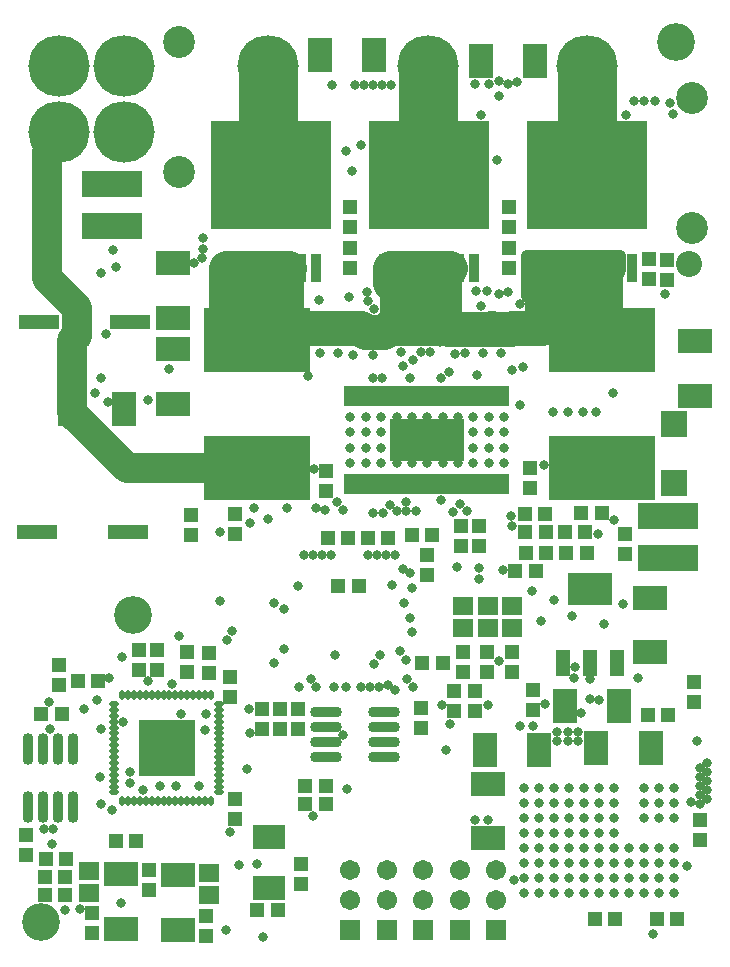
<source format=gbs>
G04 Layer_Color=16711935*
%FSLAX25Y25*%
%MOIN*%
G70*
G01*
G75*
%ADD32C,0.01181*%
%ADD33C,0.11811*%
%ADD36C,0.19685*%
%ADD53C,0.03937*%
%ADD84R,0.05131X0.04737*%
%ADD86R,0.11036X0.08280*%
%ADD90R,0.14579X0.10642*%
%ADD91R,0.04737X0.08674*%
%ADD96R,0.04737X0.05131*%
%ADD97R,0.06706X0.05918*%
%ADD98R,0.08280X0.11430*%
%ADD104R,0.03753X0.09796*%
%ADD105R,0.39954X0.36292*%
%ADD106C,0.12611*%
%ADD107C,0.20485*%
%ADD108C,0.10642*%
%ADD109R,0.06706X0.06706*%
%ADD110C,0.06706*%
%ADD111C,0.08674*%
%ADD112C,0.03162*%
%ADD113C,0.09843*%
%ADD114R,0.25000X0.14213*%
%ADD115R,0.11430X0.08280*%
%ADD116R,0.35249X0.21272*%
%ADD117O,0.03556X0.10642*%
%ADD118C,0.03280*%
%ADD119R,0.20485X0.08674*%
%ADD120R,0.13398X0.04540*%
%ADD121O,0.10642X0.03556*%
%ADD122R,0.01981X0.06902*%
%ADD123R,0.08674X0.08674*%
%ADD124O,0.01784X0.03359*%
%ADD125O,0.03359X0.01784*%
%ADD126R,0.18517X0.18517*%
%ADD127C,0.03517*%
D32*
X142384Y200970D02*
Y203884D01*
X126270Y206500D02*
X129493Y203276D01*
X125750Y207020D02*
X126270Y206500D01*
X142384Y203884D02*
X145000Y206500D01*
D33*
X186500Y212495D02*
Y226500D01*
X196476Y202520D02*
Y226476D01*
X136000Y206500D02*
X145000D01*
X126270D02*
X136000D01*
X143750Y207750D02*
Y226500D01*
X133937Y208563D02*
Y226687D01*
Y208563D02*
X136000Y206500D01*
X128750Y226500D02*
X133750D01*
X125750D02*
X128750D01*
X143750Y207750D02*
X145000Y206500D01*
X133937Y226687D02*
X143563D01*
X133750Y226500D02*
X133937Y226687D01*
X143563D02*
X143750Y226500D01*
X71000Y212720D02*
Y226500D01*
X76000Y222000D02*
X91000Y207000D01*
Y226500D01*
X145187Y206313D02*
X159184D01*
X176687Y211316D02*
Y226313D01*
X176500Y211129D02*
X176687Y211316D01*
X176500Y206500D02*
Y211129D01*
X166370Y206500D02*
X176500D01*
X166184Y206313D02*
X166370Y206500D01*
X159816Y206313D02*
X166184D01*
X159629Y206500D02*
X159816Y206313D01*
X159371Y206500D02*
X159629D01*
X159184Y206313D02*
X159371Y206500D01*
X85180D02*
X101500D01*
X81200Y202520D02*
X85180Y206500D01*
X145000D02*
X145187Y206313D01*
X71000Y212720D02*
X81200Y202520D01*
X91000Y226500D02*
X92000D01*
X81000D02*
X91000D01*
X76000D02*
X81000D01*
X71000D02*
X76000D01*
X143750D02*
X145768D01*
X176500D02*
X181500D01*
X186500D01*
X196500D01*
X198518D01*
X176500D02*
X176687Y226313D01*
X125750Y221620D02*
Y226500D01*
X101500Y206500D02*
X116130D01*
X117316Y205313D01*
X123684D01*
X124871Y206500D01*
X126270D01*
X128187Y209456D02*
Y219184D01*
X125750Y207020D02*
X128187Y209456D01*
X125750Y221620D02*
X128187Y219184D01*
D36*
X85000Y261000D02*
Y294000D01*
X138500Y261000D02*
Y294000D01*
X191500Y261000D02*
Y294000D01*
D53*
X171500Y230500D02*
X202455D01*
X172750Y212947D02*
Y216053D01*
X171500Y217303D02*
X172750Y216053D01*
X171500Y217303D02*
Y230500D01*
X202455Y227455D02*
Y230500D01*
X196476Y202520D02*
X201500Y207544D01*
Y226500D01*
D84*
X28500Y89000D02*
D03*
X21807D02*
D03*
X9500Y78000D02*
D03*
X16193D02*
D03*
X17807Y29480D02*
D03*
X11114D02*
D03*
X17500Y23500D02*
D03*
X10807D02*
D03*
Y17500D02*
D03*
X17500D02*
D03*
X97500Y54000D02*
D03*
X104193D02*
D03*
X97500Y48000D02*
D03*
X104193D02*
D03*
X171000Y131500D02*
D03*
X177693D02*
D03*
X184500D02*
D03*
X191193D02*
D03*
X170846Y138500D02*
D03*
X177539D02*
D03*
X125000Y136500D02*
D03*
X118307D02*
D03*
X221500Y9500D02*
D03*
X214807D02*
D03*
X194000D02*
D03*
X200693D02*
D03*
X41000Y35500D02*
D03*
X34307D02*
D03*
X81500Y12429D02*
D03*
X88193D02*
D03*
X108500Y120500D02*
D03*
X115193D02*
D03*
X167500Y125500D02*
D03*
X174193D02*
D03*
X133000Y137500D02*
D03*
X139693D02*
D03*
X177500Y144500D02*
D03*
X170807D02*
D03*
X190693Y138500D02*
D03*
X184000D02*
D03*
X105000Y136500D02*
D03*
X111693D02*
D03*
X218500Y77500D02*
D03*
X211807D02*
D03*
X136500Y95000D02*
D03*
X143193D02*
D03*
X189500Y145000D02*
D03*
X196193D02*
D03*
D86*
X85500Y36929D02*
D03*
Y20000D02*
D03*
D90*
X192445Y119409D02*
D03*
D91*
X201500Y95000D02*
D03*
X192445D02*
D03*
X183390D02*
D03*
D96*
X212000Y229500D02*
D03*
Y222807D02*
D03*
X218000Y222500D02*
D03*
Y229193D02*
D03*
X165500Y247000D02*
D03*
Y240307D02*
D03*
Y226500D02*
D03*
Y233193D02*
D03*
X112500Y240307D02*
D03*
Y247000D02*
D03*
Y226500D02*
D03*
Y233193D02*
D03*
X42000Y92500D02*
D03*
Y99193D02*
D03*
X48000D02*
D03*
Y92500D02*
D03*
X83000Y73000D02*
D03*
Y79693D02*
D03*
X45500Y26000D02*
D03*
Y19307D02*
D03*
X89000Y79500D02*
D03*
Y72807D02*
D03*
X95000Y79500D02*
D03*
Y72807D02*
D03*
X172500Y160000D02*
D03*
Y153307D02*
D03*
X155500Y134000D02*
D03*
Y140693D02*
D03*
X147000Y85500D02*
D03*
Y78807D02*
D03*
X154000Y85500D02*
D03*
Y78807D02*
D03*
X173500Y86000D02*
D03*
Y79307D02*
D03*
X149500Y134000D02*
D03*
Y140693D02*
D03*
X150000Y92000D02*
D03*
Y98693D02*
D03*
X158000Y92000D02*
D03*
Y98693D02*
D03*
X166500Y92000D02*
D03*
Y98693D02*
D03*
X229000Y42500D02*
D03*
Y35807D02*
D03*
X58000Y92000D02*
D03*
Y98693D02*
D03*
X15500Y87500D02*
D03*
Y94193D02*
D03*
X4500Y31000D02*
D03*
Y37693D02*
D03*
X65500Y91500D02*
D03*
Y98193D02*
D03*
X74000Y49500D02*
D03*
Y42807D02*
D03*
X72500Y83500D02*
D03*
Y90193D02*
D03*
X64500Y10500D02*
D03*
Y3807D02*
D03*
X26500Y11500D02*
D03*
Y4807D02*
D03*
X96000Y27929D02*
D03*
Y21236D02*
D03*
X104500Y159000D02*
D03*
Y152307D02*
D03*
X136000Y80000D02*
D03*
Y73307D02*
D03*
X74000Y138000D02*
D03*
Y144693D02*
D03*
X59500Y137500D02*
D03*
Y144193D02*
D03*
X227000Y82000D02*
D03*
Y88693D02*
D03*
X138000Y131000D02*
D03*
Y124307D02*
D03*
X204000Y138000D02*
D03*
Y131307D02*
D03*
D97*
X150000Y106520D02*
D03*
Y114000D02*
D03*
X158250Y106520D02*
D03*
Y114000D02*
D03*
X166516Y106520D02*
D03*
Y114000D02*
D03*
X65500Y17500D02*
D03*
Y24980D02*
D03*
X25500Y18126D02*
D03*
Y25606D02*
D03*
D98*
X174110Y295500D02*
D03*
X156000D02*
D03*
X37110Y179500D02*
D03*
X19000D02*
D03*
X102390Y297500D02*
D03*
X120500D02*
D03*
X183945Y80500D02*
D03*
X202055D02*
D03*
X157390Y66000D02*
D03*
X175500D02*
D03*
X212610Y66500D02*
D03*
X194500D02*
D03*
D104*
X101000Y226500D02*
D03*
X96000D02*
D03*
X91000D02*
D03*
X81000D02*
D03*
X76000D02*
D03*
X71000D02*
D03*
X153750D02*
D03*
X148750D02*
D03*
X143750D02*
D03*
X133750D02*
D03*
X128750D02*
D03*
X123750D02*
D03*
X206500D02*
D03*
X201500D02*
D03*
X196500D02*
D03*
X186500D02*
D03*
X181500D02*
D03*
X176500D02*
D03*
D105*
X86000Y257661D02*
D03*
X138750D02*
D03*
X191500D02*
D03*
D106*
X40000Y111000D02*
D03*
X221000Y302000D02*
D03*
X9500Y8500D02*
D03*
D107*
X37000Y272000D02*
D03*
Y294000D02*
D03*
X15500D02*
D03*
Y272000D02*
D03*
X85000Y294000D02*
D03*
X138500D02*
D03*
X191500D02*
D03*
D108*
X226500Y283307D02*
D03*
Y240000D02*
D03*
X55500Y301807D02*
D03*
Y258500D02*
D03*
D109*
X112500Y6000D02*
D03*
X124625D02*
D03*
X136750D02*
D03*
X148875D02*
D03*
X161000D02*
D03*
D110*
X112500Y16000D02*
D03*
Y26000D02*
D03*
X124625Y16000D02*
D03*
Y26000D02*
D03*
X136750Y16000D02*
D03*
Y26000D02*
D03*
X148875Y16000D02*
D03*
Y26000D02*
D03*
X161000Y16000D02*
D03*
Y26000D02*
D03*
D111*
X225500Y228000D02*
D03*
D112*
X220000Y278000D02*
D03*
X219000Y281500D02*
D03*
X214000Y282179D02*
D03*
X217500Y218000D02*
D03*
X45000Y182500D02*
D03*
X162000Y284000D02*
D03*
X158697Y288000D02*
D03*
X154000D02*
D03*
X162000Y288750D02*
D03*
X165000Y288000D02*
D03*
X60500Y228110D02*
D03*
X63500Y236500D02*
D03*
Y233000D02*
D03*
X207000Y282179D02*
D03*
X210500D02*
D03*
X126000Y287500D02*
D03*
X123000D02*
D03*
X120000D02*
D03*
X117000D02*
D03*
X114000D02*
D03*
X166500Y192500D02*
D03*
X162678Y198162D02*
D03*
X170000Y193500D02*
D03*
X156000Y214000D02*
D03*
X158000Y219000D02*
D03*
X156633Y198162D02*
D03*
X154657Y190843D02*
D03*
X169000Y214500D02*
D03*
X165000Y218500D02*
D03*
X226000Y48500D02*
D03*
X231500Y58500D02*
D03*
Y61500D02*
D03*
X229000Y60000D02*
D03*
Y57000D02*
D03*
Y48000D02*
D03*
X231500Y49500D02*
D03*
X229000Y51000D02*
D03*
Y54000D02*
D03*
X231500Y52500D02*
D03*
Y55500D02*
D03*
X148000Y127000D02*
D03*
X79018Y71482D02*
D03*
X64000Y72500D02*
D03*
X69000Y115500D02*
D03*
X177250Y81162D02*
D03*
X189466Y78104D02*
D03*
X192500Y89500D02*
D03*
X158250Y80857D02*
D03*
X145682Y74682D02*
D03*
X186500Y110500D02*
D03*
X180500Y116000D02*
D03*
X146783Y145283D02*
D03*
X149000Y148000D02*
D03*
X151500Y145500D02*
D03*
X142846Y149346D02*
D03*
X134500Y145500D02*
D03*
X131000Y148500D02*
D03*
X125777Y147500D02*
D03*
X116000Y87000D02*
D03*
X107000D02*
D03*
X111000D02*
D03*
X110000Y71000D02*
D03*
X36500Y97000D02*
D03*
X131000Y96000D02*
D03*
X133500Y87000D02*
D03*
X129000Y99000D02*
D03*
X122500Y97500D02*
D03*
X132937Y105063D02*
D03*
X131500Y89476D02*
D03*
X127500Y86000D02*
D03*
X124962Y87651D02*
D03*
X122000Y87000D02*
D03*
X119000D02*
D03*
X118500Y131000D02*
D03*
X163500Y126000D02*
D03*
X154500Y219000D02*
D03*
X204500Y277500D02*
D03*
X139000Y198500D02*
D03*
X136000D02*
D03*
X147500Y198000D02*
D03*
X150589Y198162D02*
D03*
X145500Y192000D02*
D03*
X133500Y196000D02*
D03*
X132500Y190000D02*
D03*
X123000D02*
D03*
X162000Y218000D02*
D03*
X161500Y262500D02*
D03*
X113000Y259000D02*
D03*
X116000Y267500D02*
D03*
X156000Y277500D02*
D03*
X111000Y265500D02*
D03*
X129493Y198546D02*
D03*
X29500Y48000D02*
D03*
X91500Y146500D02*
D03*
X101000D02*
D03*
X103962Y145807D02*
D03*
X110000Y146000D02*
D03*
X108000Y148477D02*
D03*
X120048Y145000D02*
D03*
X169000Y74000D02*
D03*
X187500Y93500D02*
D03*
X39000Y55000D02*
D03*
X49000Y53909D02*
D03*
X54500D02*
D03*
X32000Y90000D02*
D03*
X64500Y78000D02*
D03*
X98500Y190500D02*
D03*
X10500Y39500D02*
D03*
X29000Y57000D02*
D03*
X22500Y13000D02*
D03*
X71000Y6000D02*
D03*
X83500Y3500D02*
D03*
X78000Y59500D02*
D03*
X224856Y27144D02*
D03*
X177000Y161000D02*
D03*
X200000Y185000D02*
D03*
X166000Y144000D02*
D03*
X120500Y94500D02*
D03*
X95000Y120500D02*
D03*
X107500Y97500D02*
D03*
X27500Y185000D02*
D03*
X29500Y190000D02*
D03*
X121500Y131000D02*
D03*
X124500D02*
D03*
X129872Y126372D02*
D03*
X132432Y124743D02*
D03*
X133000Y120000D02*
D03*
X130500Y115000D02*
D03*
X127500Y131000D02*
D03*
X123500Y145000D02*
D03*
X128000Y145500D02*
D03*
X131000D02*
D03*
X33500Y232500D02*
D03*
X34500Y227000D02*
D03*
X31589Y181881D02*
D03*
X31000Y204500D02*
D03*
X100500Y159500D02*
D03*
X97000Y131000D02*
D03*
X103000D02*
D03*
X100000D02*
D03*
X99500Y89500D02*
D03*
X95500Y87000D02*
D03*
X101038Y86783D02*
D03*
X158500Y42500D02*
D03*
X154000D02*
D03*
X85000Y143000D02*
D03*
X55500Y104000D02*
D03*
X53000Y88000D02*
D03*
X213500Y4500D02*
D03*
X167000Y22500D02*
D03*
X90500Y113000D02*
D03*
X90227Y99727D02*
D03*
X87000Y115000D02*
D03*
Y95000D02*
D03*
X166500Y140500D02*
D03*
X200500Y142500D02*
D03*
X195000Y138000D02*
D03*
X197000Y108000D02*
D03*
X173000Y119000D02*
D03*
X63000Y230000D02*
D03*
X126500Y121000D02*
D03*
X155500Y126500D02*
D03*
X106500Y287500D02*
D03*
X194500Y178500D02*
D03*
X168000Y288500D02*
D03*
X102000Y216000D02*
D03*
X45000Y88750D02*
D03*
X75500Y27567D02*
D03*
X36642Y75358D02*
D03*
X81500Y28000D02*
D03*
X39000Y58500D02*
D03*
X169000Y181000D02*
D03*
X190000Y178500D02*
D03*
X184900Y178400D02*
D03*
X130000Y194000D02*
D03*
X120000Y190000D02*
D03*
X71500Y102500D02*
D03*
X73000Y105500D02*
D03*
X29500Y225000D02*
D03*
X69000Y138500D02*
D03*
X17500Y12500D02*
D03*
X36000Y15000D02*
D03*
X142846Y189846D02*
D03*
X102234Y198162D02*
D03*
X106000Y131000D02*
D03*
X12500Y73000D02*
D03*
X23693Y79693D02*
D03*
X176154Y108806D02*
D03*
X155500Y123000D02*
D03*
X132500Y110000D02*
D03*
X179900Y178600D02*
D03*
X79000Y141500D02*
D03*
X80500Y146500D02*
D03*
X78693Y79693D02*
D03*
X13500Y39500D02*
D03*
X13000Y34500D02*
D03*
X28000Y82500D02*
D03*
X29500Y73000D02*
D03*
X12000Y82000D02*
D03*
X112000Y217000D02*
D03*
X118000Y218500D02*
D03*
X118500Y215500D02*
D03*
X120500Y213000D02*
D03*
X120000Y197500D02*
D03*
X113500D02*
D03*
X203500Y114500D02*
D03*
X187000Y90000D02*
D03*
X195500Y82500D02*
D03*
X192500Y83000D02*
D03*
X185000Y72055D02*
D03*
X228000Y69000D02*
D03*
X173500Y74000D02*
D03*
X162000Y95500D02*
D03*
X143000Y81000D02*
D03*
X144500Y66000D02*
D03*
X111500Y53000D02*
D03*
X132991Y161500D02*
D03*
X153464D02*
D03*
X112519Y166618D02*
D03*
Y161500D02*
D03*
X117637D02*
D03*
X122755D02*
D03*
X127873D02*
D03*
X138109D02*
D03*
X143228D02*
D03*
X148346D02*
D03*
X158582D02*
D03*
X163700D02*
D03*
X117637Y166618D02*
D03*
X122755D02*
D03*
X127873D02*
D03*
X132991D02*
D03*
X138109D02*
D03*
X143228D02*
D03*
X148346D02*
D03*
X153464D02*
D03*
X158582D02*
D03*
X163700D02*
D03*
X112519Y171736D02*
D03*
X117637D02*
D03*
X122755D02*
D03*
X127873D02*
D03*
X132991D02*
D03*
X138109D02*
D03*
X143228D02*
D03*
X148346D02*
D03*
X153464D02*
D03*
X158582D02*
D03*
X163700D02*
D03*
X112519Y176854D02*
D03*
X117637D02*
D03*
X122755D02*
D03*
X127873D02*
D03*
X132991D02*
D03*
X138109D02*
D03*
X143228D02*
D03*
X148346D02*
D03*
X153464D02*
D03*
X158582D02*
D03*
X163700D02*
D03*
X52000Y193000D02*
D03*
X62000Y54000D02*
D03*
X208500Y90000D02*
D03*
X33000Y46000D02*
D03*
X100000Y44000D02*
D03*
X72500Y38500D02*
D03*
X56000Y78000D02*
D03*
X43500Y52500D02*
D03*
X108278Y198162D02*
D03*
X181500Y69000D02*
D03*
X185000D02*
D03*
X188500Y72055D02*
D03*
Y69000D02*
D03*
X181500Y72055D02*
D03*
D113*
X58300Y160000D02*
X81000D01*
X38155D02*
X58300D01*
X19613Y178542D02*
Y202259D01*
X20113Y202759D01*
X19613Y178542D02*
X20113Y178042D01*
Y177313D02*
Y178042D01*
Y202759D02*
X21290Y203935D01*
Y213159D01*
X20113Y178042D02*
X38155Y160000D01*
X11363Y265063D02*
X18300Y272000D01*
X11363Y223086D02*
X21290Y213159D01*
X11363Y223086D02*
Y265063D01*
D114*
X137925Y169264D02*
D03*
D115*
X53500Y228110D02*
D03*
Y210000D02*
D03*
X55000Y24110D02*
D03*
Y6000D02*
D03*
X36000Y24425D02*
D03*
Y6315D02*
D03*
X212500Y116610D02*
D03*
Y98500D02*
D03*
X227500Y202110D02*
D03*
Y184000D02*
D03*
X53500Y181390D02*
D03*
Y199500D02*
D03*
X158500Y36500D02*
D03*
Y54610D02*
D03*
D116*
X81200Y202520D02*
D03*
Y160000D02*
D03*
X196476Y202520D02*
D03*
Y160000D02*
D03*
D117*
X5000Y66146D02*
D03*
X10000D02*
D03*
X15000D02*
D03*
X20000D02*
D03*
X5000Y46854D02*
D03*
X10000D02*
D03*
X15000D02*
D03*
X20000D02*
D03*
D118*
X170500Y33100D02*
D03*
Y28100D02*
D03*
Y23100D02*
D03*
Y18100D02*
D03*
Y53100D02*
D03*
X175500D02*
D03*
X180500D02*
D03*
X185500D02*
D03*
X190500D02*
D03*
X195500D02*
D03*
X200500D02*
D03*
X210500D02*
D03*
X215500D02*
D03*
X220500D02*
D03*
Y48100D02*
D03*
X215500D02*
D03*
X210500D02*
D03*
X200500D02*
D03*
X195500D02*
D03*
X190500D02*
D03*
X185500D02*
D03*
X180500D02*
D03*
X175500D02*
D03*
X170500D02*
D03*
X220500Y43100D02*
D03*
X215500D02*
D03*
X210500D02*
D03*
X200500D02*
D03*
X195500D02*
D03*
X190500D02*
D03*
X185500D02*
D03*
X180500D02*
D03*
X175500D02*
D03*
X170500D02*
D03*
X200500Y38100D02*
D03*
X195500D02*
D03*
X190500D02*
D03*
X185500D02*
D03*
X180500D02*
D03*
X175500D02*
D03*
X170500D02*
D03*
X220500Y33100D02*
D03*
X215500D02*
D03*
X210500D02*
D03*
X205500D02*
D03*
X200500D02*
D03*
X195500D02*
D03*
X190500D02*
D03*
X185500D02*
D03*
X180500D02*
D03*
X175500D02*
D03*
X220500Y28100D02*
D03*
X215500D02*
D03*
X210500D02*
D03*
X205500D02*
D03*
X200500D02*
D03*
X195500D02*
D03*
X190500D02*
D03*
X185500D02*
D03*
X180500D02*
D03*
X175500D02*
D03*
X220500Y23100D02*
D03*
X215500D02*
D03*
X210500D02*
D03*
X205500D02*
D03*
X200500D02*
D03*
X195500D02*
D03*
X190500D02*
D03*
X185500D02*
D03*
X180500D02*
D03*
X175500D02*
D03*
X220500Y18100D02*
D03*
X215500D02*
D03*
X210500D02*
D03*
X205500D02*
D03*
X200500D02*
D03*
X195500D02*
D03*
X190500D02*
D03*
X185500D02*
D03*
X180500D02*
D03*
X175500D02*
D03*
D119*
X218500Y144000D02*
D03*
Y130000D02*
D03*
X33000Y254500D02*
D03*
Y240500D02*
D03*
D120*
X8685Y208500D02*
D03*
X39000D02*
D03*
X8185Y138500D02*
D03*
X38500D02*
D03*
D121*
X123646Y78500D02*
D03*
Y73500D02*
D03*
Y68500D02*
D03*
Y63500D02*
D03*
X104354Y78500D02*
D03*
Y73500D02*
D03*
Y68500D02*
D03*
Y63500D02*
D03*
D122*
X164500Y184028D02*
D03*
X162531D02*
D03*
X160563D02*
D03*
X158594D02*
D03*
X156626D02*
D03*
X154657D02*
D03*
X152689D02*
D03*
X150720D02*
D03*
X148752D02*
D03*
X146783D02*
D03*
X144815D02*
D03*
X142846D02*
D03*
X140878D02*
D03*
X138909D02*
D03*
X136941D02*
D03*
X134972D02*
D03*
X133004D02*
D03*
X131035D02*
D03*
X129067D02*
D03*
X127098D02*
D03*
X125130D02*
D03*
X123161D02*
D03*
X121193D02*
D03*
X119224D02*
D03*
X117256D02*
D03*
X115287D02*
D03*
X113319Y184000D02*
D03*
X111350Y184028D02*
D03*
Y154500D02*
D03*
X113319D02*
D03*
X115287D02*
D03*
X117256D02*
D03*
X119224D02*
D03*
X121193D02*
D03*
X123161D02*
D03*
X125130D02*
D03*
X127098D02*
D03*
X129067D02*
D03*
X131035D02*
D03*
X133004D02*
D03*
X134972D02*
D03*
X136941D02*
D03*
X138909D02*
D03*
X140878D02*
D03*
X142846D02*
D03*
X144815D02*
D03*
X146783D02*
D03*
X148752D02*
D03*
X150720D02*
D03*
X152689D02*
D03*
X154657D02*
D03*
X156626D02*
D03*
X158594D02*
D03*
X160563D02*
D03*
X162531D02*
D03*
X164500D02*
D03*
D123*
X220500Y155000D02*
D03*
Y174500D02*
D03*
D124*
X65964Y48882D02*
D03*
X63995D02*
D03*
X62027D02*
D03*
X60058D02*
D03*
X58090D02*
D03*
X56121D02*
D03*
X54153D02*
D03*
X52184D02*
D03*
X50216D02*
D03*
X48247D02*
D03*
X46279D02*
D03*
X44310D02*
D03*
X42342D02*
D03*
X40373D02*
D03*
X38405D02*
D03*
X36436D02*
D03*
Y84118D02*
D03*
X38405D02*
D03*
X40373D02*
D03*
X42342D02*
D03*
X44310D02*
D03*
X46279D02*
D03*
X48247D02*
D03*
X50216D02*
D03*
X52184D02*
D03*
X54153D02*
D03*
X56121D02*
D03*
X58090D02*
D03*
X60058D02*
D03*
X62027D02*
D03*
X63995D02*
D03*
X65964D02*
D03*
D125*
X33582Y51736D02*
D03*
Y53705D02*
D03*
Y55673D02*
D03*
Y57642D02*
D03*
Y59610D02*
D03*
Y61579D02*
D03*
Y63547D02*
D03*
Y65516D02*
D03*
Y67484D02*
D03*
Y69453D02*
D03*
Y71421D02*
D03*
Y73390D02*
D03*
Y75358D02*
D03*
Y77327D02*
D03*
Y79295D02*
D03*
Y81264D02*
D03*
X68818D02*
D03*
Y79295D02*
D03*
Y77327D02*
D03*
Y75358D02*
D03*
Y73390D02*
D03*
Y71421D02*
D03*
Y69453D02*
D03*
Y67484D02*
D03*
Y65516D02*
D03*
Y63547D02*
D03*
Y61579D02*
D03*
Y59610D02*
D03*
Y57642D02*
D03*
Y55673D02*
D03*
Y53705D02*
D03*
Y51736D02*
D03*
D126*
X51200Y66500D02*
D03*
D127*
X58287Y59413D02*
D03*
Y64138D02*
D03*
Y68862D02*
D03*
Y73587D02*
D03*
X53562Y59413D02*
D03*
Y64138D02*
D03*
Y68862D02*
D03*
Y73587D02*
D03*
X48838Y59413D02*
D03*
Y64138D02*
D03*
Y68862D02*
D03*
Y73587D02*
D03*
X44113Y59413D02*
D03*
Y64138D02*
D03*
Y68862D02*
D03*
Y73587D02*
D03*
M02*

</source>
